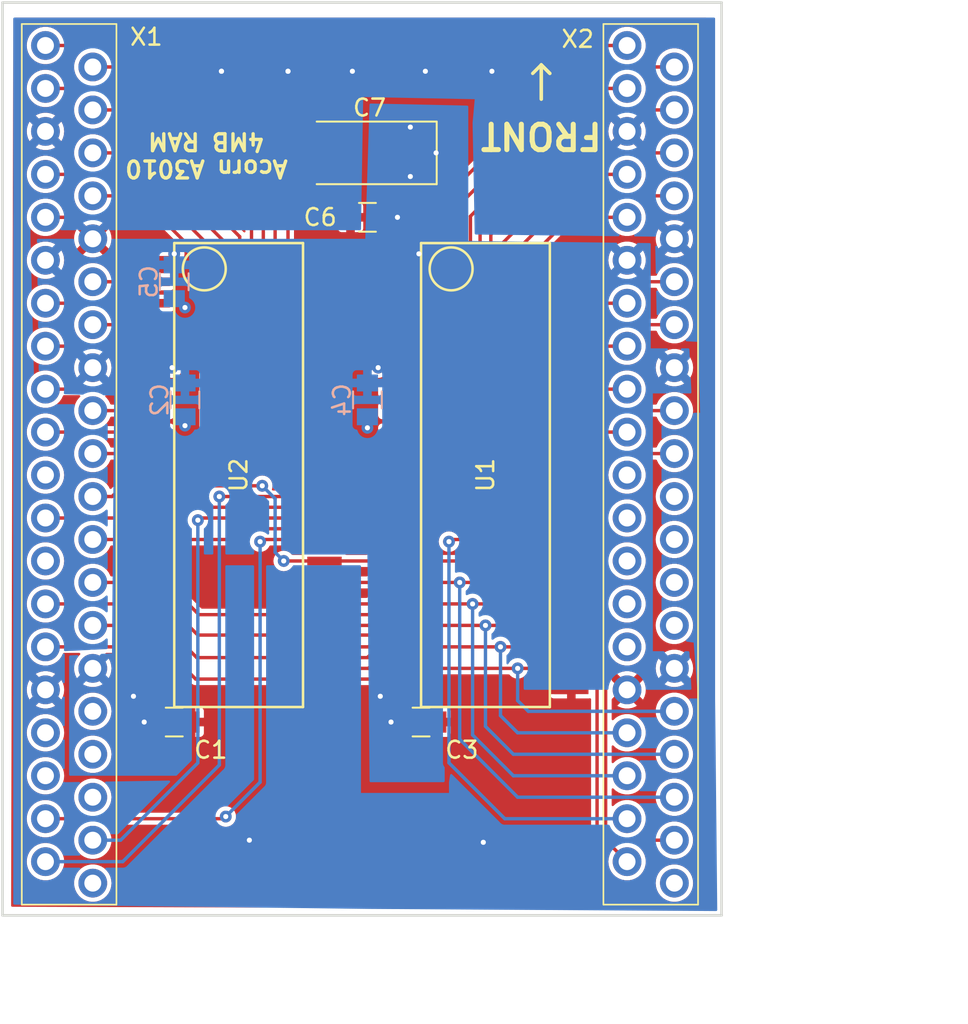
<source format=kicad_pcb>
(kicad_pcb (version 20221018) (generator pcbnew)
  (layers (0 "F.Cu" signal) (31 "B.Cu" signal) (34 "B.Paste" user) (35 "F.Paste" user) (36 "B.SilkS" user "B.Silkscreen") (37 "F.SilkS" user "F.Silkscreen") (38 "B.Mask" user) (39 "F.Mask" user) (44 "Edge.Cuts" user))
  (net 0 "")
  (net 1 "/D8")
  (net 2 "/D9")
  (net 3 "/D10")
  (net 4 "/D11")
  (net 5 "/D13")
  (net 6 "/D12")
  (net 7 "/D14")
  (net 8 "/D15")
  (net 9 "/D2")
  (net 10 "/D0")
  (net 11 "/D1")
  (net 12 "/D3")
  (net 13 "/D6")
  (net 14 "/A1")
  (net 15 "/~{RAS}")
  (net 16 "/D4")
  (net 17 "/A2")
  (net 18 "Net-(X1-Pad25)")
  (net 19 "/A9")
  (net 20 "/A4")
  (net 21 "/D5")
  (net 22 "/D7")
  (net 23 "Net-(X1-Pad21)")
  (net 24 "/~{WE}")
  (net 25 "/A0")
  (net 26 "/A3")
  (net 27 "/~{OE}")
  (net 28 "/A6")
  (net 29 "/A8")
  (net 30 "/~{CAS0}")
  (net 31 "Net-(X1-Pad40)")
  (net 32 "/A7")
  (net 33 "/A5")
  (net 34 "/~{CAS1}")
  (net 35 "/~{CAS3}")
  (net 36 "Net-(X2-Pad40)")
  (net 37 "/~{CAS2}")
  (net 38 "Net-(X2-Pad21)")
  (net 39 "/D23")
  (net 40 "/D21")
  (net 41 "Net-(X2-Pad25)")
  (net 42 "/D20")
  (net 43 "/D22")
  (net 44 "/D19")
  (net 45 "/D17")
  (net 46 "/D16")
  (net 47 "/D18")
  (net 48 "/D31")
  (net 49 "/D30")
  (net 50 "/D28")
  (net 51 "/D29")
  (net 52 "/D27")
  (net 53 "/D26")
  (net 54 "/D25")
  (net 55 "/D24")
  (net 56 "VSS")
  (net 57 "VCC")
  (net 58 "Net-(U1-Pad15)")
  (net 59 "Net-(U1-Pad16)")
  (net 60 "Net-(U2-Pad16)")
  (net 61 "Net-(U2-Pad15)")
  (net 62 "Net-(X1-Pad32)")
  (net 63 "Net-(X1-Pad34)")
  (net 64 "Net-(X1-Pad36)")
  (net 65 "Net-(X1-Pad35)")
  (net 66 "Net-(X1-Pad33)")
  (net 67 "Net-(X2-Pad22)")
  (net 68 "Net-(X2-Pad23)")
  (net 69 "Net-(X2-Pad24)")
  (net 70 "Net-(X2-Pad29)")
  (net 71 "Net-(X2-Pad26)")
  (net 72 "Net-(X2-Pad28)")
  (net 73 "Net-(X2-Pad27)")
  (footprint "oakram:ZIP40-P-475-1.27" (layer "F.Cu") (at 123.32 100.33)
    (fp_text reference "X1")
    (fp_text value "ZIP40")
  )
  (footprint "oakram:ZIP40-P-475-1.27" (layer "F.Cu") (at 157.734 100.33)
    (fp_text reference "X2")
    (fp_text value "ZIP40")
  )
  (footprint "SMD_Packages:SOJ-42" (layer "F.Cu") (at 147.955 101.6 -90)
    (fp_text reference "U1")
    (fp_text value "IS41C16105C")
  )
  (footprint "SMD_Packages:SOJ-42" (layer "F.Cu") (at 133.35 101.6 -90)
    (fp_text reference "U2")
    (fp_text value "IS41C16105C")
  )
  (footprint "Capacitors_Tantalum_SMD:CP_Tantalum_Case-C_EIA-6032-28_Reflow" (layer "F.Cu") (at 140.97 82.55 180)
    (fp_text reference "C7")
    (fp_text value "47u 16V")
  )
  (footprint "Capacitors_SMD:C_0805" (layer "F.Cu") (at 129.54 116.205)
    (fp_text reference "C1")
    (fp_text value "2,2u")
  )
  (footprint "Capacitors_SMD:C_0805" (layer "F.Cu") (at 144.145 116.205)
    (fp_text reference "C3")
    (fp_text value "2,2u")
  )
  (footprint "Capacitors_SMD:C_0805" (layer "F.Cu") (at 140.97 86.36 180)
    (fp_text reference "C6")
    (fp_text value "2,2u")
  )
  (footprint "VIA-0.6mm" (layer "F.Cu") (at 133.985 123.19)
    (fp_text reference "" hide)
    (fp_text value "VIA-0.6mm" hide)
  )
  (footprint "VIA-0.6mm" (layer "F.Cu") (at 132.334 77.724)
    (fp_text reference "" hide)
    (fp_text value "VIA-0.6mm" hide)
  )
  (footprint "VIA-0.6mm" (layer "F.Cu") (at 147.828 123.317)
    (fp_text reference "" hide)
    (fp_text value "VIA-0.6mm" hide)
  )
  (footprint "VIA-0.6mm" (layer "F.Cu") (at 136.271 77.724)
    (fp_text reference "" hide)
    (fp_text value "VIA-0.6mm" hide)
  )
  (footprint "VIA-0.6mm" (layer "F.Cu") (at 136.271 77.724)
    (fp_text reference "" hide)
    (fp_text value "VIA-0.6mm" hide)
  )
  (footprint "VIA-0.6mm" (layer "F.Cu") (at 132.334 77.724)
    (fp_text reference "" hide)
    (fp_text value "VIA-0.6mm" hide)
  )
  (footprint "VIA-0.6mm" (layer "F.Cu") (at 144.399 77.724)
    (fp_text reference "" hide)
    (fp_text value "VIA-0.6mm" hide)
  )
  (footprint "VIA-0.6mm" (layer "F.Cu") (at 140.081 77.724)
    (fp_text reference "" hide)
    (fp_text value "VIA-0.6mm" hide)
  )
  (footprint "VIA-0.6mm" (layer "F.Cu") (at 148.336 77.724)
    (fp_text reference "" hide)
    (fp_text value "VIA-0.6mm" hide)
  )
  (footprint "Capacitors_SMD:C_0805" (layer "B.Cu") (at 130.175 97.155 -90)
    (fp_text reference "C2")
    (fp_text value "2,2u")
  )
  (footprint "Capacitors_SMD:C_0805" (layer "B.Cu") (at 140.97 97.155 -90)
    (fp_text reference "C4")
    (fp_text value "2,2u")
  )
  (footprint "Capacitors_SMD:C_0805" (layer "B.Cu") (at 129.54 90.17 -90)
    (fp_text reference "C5")
    (fp_text value "2,2u")
  )
  (gr_line (start 151.257 77.343) (end 151.765 77.851) (stroke (width 0.2)) (layer "F.SilkS"))
  (gr_line (start 151.765 77.851) (end 151.257 77.343) (stroke (width 0.2)) (layer "F.SilkS"))
  (gr_line (start 151.257 77.343) (end 150.749 77.851) (stroke (width 0.2)) (layer "F.SilkS"))
  (gr_line (start 151.257 79.375) (end 151.257 77.343) (stroke (width 0.2)) (layer "F.SilkS"))
  (gr_line (start 151.257 77.47) (end 151.257 79.375) (stroke (width 0.2)) (layer "F.SilkS"))
  (gr_line (start 161.925 73.66) (end 161.925 127.635) (stroke (width 0.15)) (layer "Edge.Cuts"))
  (gr_line (start 119.38 127.635) (end 119.38 73.66) (stroke (width 0.15)) (layer "Edge.Cuts"))
  (gr_line (start 161.925 127.635) (end 119.38 127.635) (stroke (width 0.15)) (layer "Edge.Cuts"))
  (gr_line (start 119.38 73.66) (end 161.925 73.66) (stroke (width 0.15)) (layer "Edge.Cuts"))
  (gr_text "tnt2017\ndj2018" (at 141.097 123.317 180) (layer "F.Cu") (effects (font (size 1.5 1.5) (thickness 0.3))))
  (gr_text "Acorn A3010\n4MB RAM" (at 131.445 82.677 180) (layer "F.SilkS") (effects (font (size 1 1) (thickness 0.2))))
  (gr_text "FRONT" (at 151.257 81.534 180) (layer "F.SilkS") (effects (font (size 1.5 1.5) (thickness 0.3))))
  (segment (start 136.7155 90.17) (end 136.271 89.7255) (width 0.2) (layer "F.Cu") (net 1))
  (segment (start 136.271 89.7255) (end 136.271 85.2805) (width 0.2) (layer "F.Cu") (net 1))
  (segment (start 136.271 85.2805) (end 127.1905 76.2) (width 0.2) (layer "F.Cu") (net 1))
  (segment (start 127.1905 76.2) (end 121.92 76.2) (width 0.2) (layer "F.Cu") (net 1))
  (segment (start 138.43 90.17) (end 136.7155 90.17) (width 0.2) (layer "F.Cu") (net 1))
  (segment (start 136.398 91.44) (end 135.509 90.551) (width 0.2) (layer "F.Cu") (net 2))
  (segment (start 135.509 90.551) (end 135.509 85.598) (width 0.2) (layer "F.Cu") (net 2))
  (segment (start 135.509 85.598) (end 127.381 77.47) (width 0.2) (layer "F.Cu") (net 2))
  (segment (start 127.381 77.47) (end 124.72 77.47) (width 0.2) (layer "F.Cu") (net 2))
  (segment (start 138.43 91.44) (end 136.398 91.44) (width 0.2) (layer "F.Cu") (net 2))
  (segment (start 135.255 92.71) (end 134.8105 92.2655) (width 0.2) (layer "F.Cu") (net 3))
  (segment (start 134.8105 92.2655) (end 134.8105 86.1695) (width 0.2) (layer "F.Cu") (net 3))
  (segment (start 134.8105 86.1695) (end 127.381 78.74) (width 0.2) (layer "F.Cu") (net 3))
  (segment (start 127.381 78.74) (end 121.92 78.74) (width 0.2) (layer "F.Cu") (net 3))
  (segment (start 138.43 92.71) (end 135.255 92.71) (width 0.2) (layer "F.Cu") (net 3))
  (segment (start 135.3185 93.98) (end 134.112 92.7735) (width 0.2) (layer "F.Cu") (net 4))
  (segment (start 134.112 92.7735) (end 134.112 86.995) (width 0.2) (layer "F.Cu") (net 4))
  (segment (start 134.112 86.995) (end 127.127 80.01) (width 0.2) (layer "F.Cu") (net 4))
  (segment (start 127.127 80.01) (end 124.72 80.01) (width 0.2) (layer "F.Cu") (net 4))
  (segment (start 138.43 93.98) (end 135.3185 93.98) (width 0.2) (layer "F.Cu") (net 4))
  (segment (start 133.223 97.79) (end 132.6515 97.2185) (width 0.2) (layer "F.Cu") (net 5))
  (segment (start 132.6515 97.2185) (end 132.6515 87.9475) (width 0.2) (layer "F.Cu") (net 5))
  (segment (start 132.6515 87.9475) (end 128.524 83.82) (width 0.2) (layer "F.Cu") (net 5))
  (segment (start 128.524 83.82) (end 121.92 83.82) (width 0.2) (layer "F.Cu") (net 5))
  (segment (start 138.43 97.79) (end 133.223 97.79) (width 0.2) (layer "F.Cu") (net 5))
  (segment (start 135.0645 96.52) (end 133.4135 94.869) (width 0.2) (layer "F.Cu") (net 6))
  (segment (start 133.4135 94.869) (end 133.4135 87.503) (width 0.2) (layer "F.Cu") (net 6))
  (segment (start 133.4135 87.503) (end 128.4605 82.55) (width 0.2) (layer "F.Cu") (net 6))
  (segment (start 128.4605 82.55) (end 124.72 82.55) (width 0.2) (layer "F.Cu") (net 6))
  (segment (start 138.43 96.52) (end 135.0645 96.52) (width 0.2) (layer "F.Cu") (net 6))
  (segment (start 132.969 99.06) (end 132.08 98.171) (width 0.2) (layer "F.Cu") (net 7))
  (segment (start 132.08 98.171) (end 132.08 88.519) (width 0.2) (layer "F.Cu") (net 7))
  (segment (start 132.08 88.519) (end 128.651 85.09) (width 0.2) (layer "F.Cu") (net 7))
  (segment (start 128.651 85.09) (end 124.72 85.09) (width 0.2) (layer "F.Cu") (net 7))
  (segment (start 138.43 99.06) (end 132.969 99.06) (width 0.2) (layer "F.Cu") (net 7))
  (segment (start 132.6515 100.33) (end 131.3815 99.06) (width 0.2) (layer "F.Cu") (net 8))
  (segment (start 131.3815 99.06) (end 131.3815 89.027) (width 0.2) (layer "F.Cu") (net 8))
  (segment (start 131.3815 89.027) (end 128.7145 86.36) (width 0.2) (layer "F.Cu") (net 8))
  (segment (start 128.7145 86.36) (end 121.92 86.36) (width 0.2) (layer "F.Cu") (net 8))
  (segment (start 138.43 100.33) (end 132.6515 100.33) (width 0.2) (layer "F.Cu") (net 8))
  (segment (start 128.27 92.71) (end 124.72 92.71) (width 0.2) (layer "F.Cu") (net 9))
  (segment (start 128.27 90.17) (end 124.72 90.17) (width 0.2) (layer "F.Cu") (net 10))
  (segment (start 128.27 91.44) (end 121.92 91.44) (width 0.2) (layer "F.Cu") (net 11))
  (segment (start 128.27 93.98) (end 121.92 93.98) (width 0.2) (layer "F.Cu") (net 12))
  (segment (start 128.27 99.06) (end 121.92 99.06) (width 0.2) (layer "F.Cu") (net 13))
  (segment (start 141.6685 110.49) (end 141.097 111.0615) (width 0.2) (layer "F.Cu") (net 14))
  (segment (start 141.097 111.0615) (end 130.937 111.0615) (width 0.2) (layer "F.Cu") (net 14))
  (segment (start 130.937 111.0615) (end 130.3655 110.49) (width 0.2) (layer "F.Cu") (net 14))
  (segment (start 130.3655 110.49) (end 128.27 110.49) (width 0.2) (layer "F.Cu") (net 14))
  (segment (start 127.381 110.49) (end 126.111 109.22) (width 0.2) (layer "F.Cu") (net 14))
  (segment (start 126.111 109.22) (end 121.92 109.22) (width 0.2) (layer "F.Cu") (net 14))
  (segment (start 128.27 110.49) (end 127.381 110.49) (width 0.2) (layer "F.Cu") (net 14))
  (segment (start 142.875 110.49) (end 141.6685 110.49) (width 0.2) (layer "F.Cu") (net 14))
  (segment (start 128.27 105.41) (end 133.731 105.41) (width 0.2) (layer "F.Cu") (net 15))
  (segment (start 133.731 105.41) (end 134.366 104.775) (width 0.2) (layer "F.Cu") (net 15))
  (segment (start 134.366 104.775) (end 139.7 104.775) (width 0.2) (layer "F.Cu") (net 15))
  (segment (start 139.7 104.775) (end 140.335 105.41) (width 0.2) (layer "F.Cu") (net 15))
  (segment (start 140.335 105.41) (end 142.875 105.41) (width 0.2) (layer "F.Cu") (net 15))
  (segment (start 124.72 105.41) (end 128.27 105.41) (width 0.2) (layer "F.Cu") (net 15))
  (segment (start 128.27 96.52) (end 121.92 96.52) (width 0.2) (layer "F.Cu") (net 16))
  (segment (start 141.605 111.76) (end 140.97 112.395) (width 0.2) (layer "F.Cu") (net 17))
  (segment (start 140.97 112.395) (end 130.8735 112.395) (width 0.2) (layer "F.Cu") (net 17))
  (segment (start 130.8735 112.395) (end 130.2385 111.76) (width 0.2) (layer "F.Cu") (net 17))
  (segment (start 130.2385 111.76) (end 128.27 111.76) (width 0.2) (layer "F.Cu") (net 17))
  (segment (start 127.381 111.76) (end 126.111 110.49) (width 0.2) (layer "F.Cu") (net 17))
  (segment (start 126.111 110.49) (end 124.72 110.49) (width 0.2) (layer "F.Cu") (net 17))
  (segment (start 128.27 111.76) (end 127.381 111.76) (width 0.2) (layer "F.Cu") (net 17))
  (segment (start 142.875 111.76) (end 141.605 111.76) (width 0.2) (layer "F.Cu") (net 17))
  (segment (start 141.097 106.68) (end 141.732 106.045) (width 0.2) (layer "F.Cu") (net 19))
  (segment (start 141.732 106.045) (end 144.018 106.045) (width 0.2) (layer "F.Cu") (net 19))
  (segment (start 144.018 106.045) (end 144.653 106.68) (width 0.2) (layer "F.Cu") (net 19))
  (segment (start 144.653 106.68) (end 153.035 106.68) (width 0.2) (layer "F.Cu") (net 19))
  (segment (start 134.747 102.235) (end 126.492 102.235) (width 0.2) (layer "F.Cu") (net 19))
  (segment (start 126.492 102.235) (end 125.857 102.87) (width 0.2) (layer "F.Cu") (net 19))
  (segment (start 125.857 102.87) (end 124.72 102.87) (width 0.2) (layer "F.Cu") (net 19))
  (segment (start 138.43 106.68) (end 141.097 106.68) (width 0.2) (layer "F.Cu") (net 19))
  (segment (start 138.43 106.68) (end 136.017 106.68) (width 0.2) (layer "F.Cu") (net 19))
  (via (at 136.017 106.68) (size 0.7) (drill 0.3) (layers "F.Cu" "B.Cu") (net 19))
  (via (at 134.747 102.235) (size 0.7) (drill 0.3) (layers "F.Cu" "B.Cu") (net 19))
  (segment (start 136.017 106.68) (end 135.509 106.172) (width 0.2) (layer "B.Cu") (net 19))
  (segment (start 135.509 106.172) (end 135.509 102.997) (width 0.2) (layer "B.Cu") (net 19))
  (segment (start 135.509 102.997) (end 134.747 102.235) (width 0.2) (layer "B.Cu") (net 19))
  (segment (start 141.0335 113.03) (end 141.605 112.4585) (width 0.2) (layer "F.Cu") (net 20))
  (segment (start 141.605 112.4585) (end 143.891 112.4585) (width 0.2) (layer "F.Cu") (net 20))
  (segment (start 143.891 112.4585) (end 144.4625 113.03) (width 0.2) (layer "F.Cu") (net 20))
  (segment (start 144.4625 113.03) (end 149.86 113.03) (width 0.2) (layer "F.Cu") (net 20))
  (segment (start 149.86 113.03) (end 153.035 113.03) (width 0.2) (layer "F.Cu") (net 20))
  (segment (start 138.43 113.03) (end 141.0335 113.03) (width 0.2) (layer "F.Cu") (net 20))
  (via (at 149.86 113.03) (size 0.7) (drill 0.3) (layers "F.Cu" "B.Cu") (net 20))
  (segment (start 149.86 114.935) (end 149.86 113.03) (width 0.2) (layer "B.Cu") (net 20))
  (segment (start 149.86 114.935) (end 150.495 115.57) (width 0.2) (layer "B.Cu") (net 20))
  (segment (start 159.134 115.57) (end 150.495 115.57) (width 0.2) (layer "B.Cu") (net 20))
  (segment (start 128.27 97.79) (end 124.72 97.79) (width 0.2) (layer "F.Cu") (net 21))
  (segment (start 128.27 100.33) (end 124.72 100.33) (width 0.2) (layer "F.Cu") (net 22))
  (segment (start 140.462 104.14) (end 139.827 103.505) (width 0.2) (layer "F.Cu") (net 24))
  (segment (start 139.827 103.505) (end 130.683 103.505) (width 0.2) (layer "F.Cu") (net 24))
  (segment (start 130.683 103.505) (end 130.048 104.14) (width 0.2) (layer "F.Cu") (net 24))
  (segment (start 130.048 104.14) (end 128.27 104.14) (width 0.2) (layer "F.Cu") (net 24))
  (segment (start 128.27 104.14) (end 121.92 104.14) (width 0.2) (layer "F.Cu") (net 24))
  (segment (start 142.875 104.14) (end 140.462 104.14) (width 0.2) (layer "F.Cu") (net 24))
  (segment (start 141.6685 109.22) (end 141.0335 109.855) (width 0.2) (layer "F.Cu") (net 25))
  (segment (start 141.0335 109.855) (end 131.0005 109.855) (width 0.2) (layer "F.Cu") (net 25))
  (segment (start 131.0005 109.855) (end 130.3655 109.22) (width 0.2) (layer "F.Cu") (net 25))
  (segment (start 130.3655 109.22) (end 128.27 109.22) (width 0.2) (layer "F.Cu") (net 25))
  (segment (start 127.381 109.22) (end 126.111 107.95) (width 0.2) (layer "F.Cu") (net 25))
  (segment (start 126.111 107.95) (end 124.72 107.95) (width 0.2) (layer "F.Cu") (net 25))
  (segment (start 142.875 109.22) (end 141.6685 109.22) (width 0.2) (layer "F.Cu") (net 25))
  (segment (start 128.27 109.22) (end 127.381 109.22) (width 0.2) (layer "F.Cu") (net 25))
  (segment (start 142.113 113.03) (end 141.478 113.665) (width 0.2) (layer "F.Cu") (net 26))
  (segment (start 141.478 113.665) (end 130.81 113.665) (width 0.2) (layer "F.Cu") (net 26))
  (segment (start 130.81 113.665) (end 130.175 113.03) (width 0.2) (layer "F.Cu") (net 26))
  (segment (start 130.175 113.03) (end 128.27 113.03) (width 0.2) (layer "F.Cu") (net 26))
  (segment (start 127.3175 113.03) (end 126.0475 111.76) (width 0.2) (layer "F.Cu") (net 26))
  (segment (start 126.0475 111.76) (end 121.92 111.76) (width 0.2) (layer "F.Cu") (net 26))
  (segment (start 128.27 113.03) (end 127.3175 113.03) (width 0.2) (layer "F.Cu") (net 26))
  (segment (start 142.875 113.03) (end 142.113 113.03) (width 0.2) (layer "F.Cu") (net 26))
  (segment (start 145.923 105.41) (end 145.796 105.537) (width 0.2) (layer "F.Cu") (net 27))
  (segment (start 134.747 105.41) (end 134.62 105.537) (width 0.2) (layer "F.Cu") (net 27))
  (segment (start 132.588 121.793) (end 132.461 121.92) (width 0.2) (layer "F.Cu") (net 27))
  (segment (start 132.461 121.92) (end 121.92 121.92) (width 0.2) (layer "F.Cu") (net 27))
  (segment (start 138.43 105.41) (end 134.747 105.41) (width 0.2) (layer "F.Cu") (net 27))
  (segment (start 153.035 105.41) (end 145.923 105.41) (width 0.2) (layer "F.Cu") (net 27))
  (via (at 145.796 105.537) (size 0.7) (drill 0.3) (layers "F.Cu" "B.Cu") (net 27))
  (via (at 134.62 105.537) (size 0.7) (drill 0.3) (layers "F.Cu" "B.Cu") (net 27))
  (via (at 132.588 121.793) (size 0.7) (drill 0.3) (layers "F.Cu" "B.Cu") (net 27))
  (segment (start 145.796 105.537) (end 145.796 118.618) (width 0.2) (layer "B.Cu") (net 27))
  (segment (start 145.796 118.618) (end 149.098 121.92) (width 0.2) (layer "B.Cu") (net 27))
  (segment (start 149.098 121.92) (end 156.334 121.92) (width 0.2) (layer "B.Cu") (net 27))
  (segment (start 134.62 105.537) (end 134.62 119.761) (width 0.2) (layer "B.Cu") (net 27))
  (segment (start 134.62 119.761) (end 132.588 121.793) (width 0.2) (layer "B.Cu") (net 27))
  (segment (start 141.0335 110.49) (end 141.6685 109.855) (width 0.2) (layer "F.Cu") (net 28))
  (segment (start 141.6685 109.855) (end 143.8275 109.855) (width 0.2) (layer "F.Cu") (net 28))
  (segment (start 143.8275 109.855) (end 144.4625 110.49) (width 0.2) (layer "F.Cu") (net 28))
  (segment (start 147.955 110.49) (end 144.4625 110.49) (width 0.2) (layer "F.Cu") (net 28))
  (segment (start 141.0335 110.49) (end 138.43 110.49) (width 0.2) (layer "F.Cu") (net 28))
  (segment (start 153.035 110.49) (end 147.955 110.49) (width 0.2) (layer "F.Cu") (net 28))
  (via (at 147.955 110.49) (size 0.7) (drill 0.3) (layers "F.Cu" "B.Cu") (net 28))
  (segment (start 147.955 116.459) (end 147.955 110.49) (width 0.2) (layer "B.Cu") (net 28))
  (segment (start 147.955 116.459) (end 149.606 118.11) (width 0.2) (layer "B.Cu") (net 28))
  (segment (start 159.134 118.11) (end 149.606 118.11) (width 0.2) (layer "B.Cu") (net 28))
  (segment (start 141.097 107.95) (end 141.6685 107.3785) (width 0.2) (layer "F.Cu") (net 29))
  (segment (start 141.6685 107.3785) (end 143.9545 107.3785) (width 0.2) (layer "F.Cu") (net 29))
  (segment (start 143.9545 107.3785) (end 144.526 107.95) (width 0.2) (layer "F.Cu") (net 29))
  (segment (start 144.526 107.95) (end 146.431 107.95) (width 0.2) (layer "F.Cu") (net 29))
  (segment (start 146.431 107.95) (end 153.035 107.95) (width 0.2) (layer "F.Cu") (net 29))
  (segment (start 138.43 107.95) (end 141.097 107.95) (width 0.2) (layer "F.Cu") (net 29))
  (via (at 146.431 107.95) (size 0.7) (drill 0.3) (layers "F.Cu" "B.Cu") (net 29))
  (segment (start 146.431 117.221) (end 149.86 120.65) (width 0.2) (layer "B.Cu") (net 29))
  (segment (start 149.86 120.65) (end 159.134 120.65) (width 0.2) (layer "B.Cu") (net 29))
  (segment (start 146.431 107.95) (end 146.431 117.221) (width 0.2) (layer "B.Cu") (net 29))
  (segment (start 138.43 102.87) (end 132.207 102.87) (width 0.2) (layer "F.Cu") (net 30))
  (via (at 132.207 102.87) (size 0.7) (drill 0.3) (layers "F.Cu" "B.Cu") (net 30))
  (segment (start 126.492 124.46) (end 132.207 118.745) (width 0.2) (layer "B.Cu") (net 30))
  (segment (start 132.207 118.745) (end 132.207 102.87) (width 0.2) (layer "B.Cu") (net 30))
  (segment (start 121.92 124.46) (end 126.492 124.46) (width 0.2) (layer "B.Cu") (net 30))
  (segment (start 141.097 109.22) (end 141.6685 108.6485) (width 0.2) (layer "F.Cu") (net 32))
  (segment (start 141.6685 108.6485) (end 143.9545 108.6485) (width 0.2) (layer "F.Cu") (net 32))
  (segment (start 143.9545 108.6485) (end 144.526 109.22) (width 0.2) (layer "F.Cu") (net 32))
  (segment (start 144.526 109.22) (end 147.193 109.22) (width 0.2) (layer "F.Cu") (net 32))
  (segment (start 147.193 109.22) (end 153.035 109.22) (width 0.2) (layer "F.Cu") (net 32))
  (segment (start 138.43 109.22) (end 141.097 109.22) (width 0.2) (layer "F.Cu") (net 32))
  (via (at 147.193 109.22) (size 0.7) (drill 0.3) (layers "F.Cu" "B.Cu") (net 32))
  (segment (start 147.193 116.967) (end 149.606 119.38) (width 0.2) (layer "B.Cu") (net 32))
  (segment (start 149.606 119.38) (end 156.334 119.38) (width 0.2) (layer "B.Cu") (net 32))
  (segment (start 147.193 109.22) (end 147.193 116.967) (width 0.2) (layer "B.Cu") (net 32))
  (segment (start 141.0335 111.76) (end 141.605 111.1885) (width 0.2) (layer "F.Cu") (net 33))
  (segment (start 141.605 111.1885) (end 143.891 111.1885) (width 0.2) (layer "F.Cu") (net 33))
  (segment (start 143.891 111.1885) (end 144.4625 111.76) (width 0.2) (layer "F.Cu") (net 33))
  (segment (start 144.4625 111.76) (end 148.844 111.76) (width 0.2) (layer "F.Cu") (net 33))
  (segment (start 148.844 111.76) (end 153.035 111.76) (width 0.2) (layer "F.Cu") (net 33))
  (segment (start 138.43 111.76) (end 141.0335 111.76) (width 0.2) (layer "F.Cu") (net 33))
  (via (at 148.844 111.76) (size 0.7) (drill 0.3) (layers "F.Cu" "B.Cu") (net 33))
  (segment (start 148.844 115.824) (end 148.844 111.76) (width 0.2) (layer "B.Cu") (net 33))
  (segment (start 148.844 115.824) (end 149.86 116.84) (width 0.2) (layer "B.Cu") (net 33))
  (segment (start 156.334 116.84) (end 149.86 116.84) (width 0.2) (layer "B.Cu") (net 33))
  (segment (start 131.064 104.14) (end 130.937 104.267) (width 0.2) (layer "F.Cu") (net 34))
  (segment (start 138.43 104.14) (end 131.064 104.14) (width 0.2) (layer "F.Cu") (net 34))
  (via (at 130.937 104.267) (size 0.7) (drill 0.3) (layers "F.Cu" "B.Cu") (net 34))
  (segment (start 130.937 118.618) (end 126.365 123.19) (width 0.2) (layer "B.Cu") (net 34))
  (segment (start 126.365 123.19) (end 124.72 123.19) (width 0.2) (layer "B.Cu") (net 34))
  (segment (start 130.937 104.267) (end 130.937 118.618) (width 0.2) (layer "B.Cu") (net 34))
  (segment (start 154.813 102.87) (end 155.067 103.124) (width 0.2) (layer "F.Cu") (net 35))
  (segment (start 155.067 103.124) (end 155.067 122.428) (width 0.2) (layer "F.Cu") (net 35))
  (segment (start 155.067 122.428) (end 155.829 123.19) (width 0.2) (layer "F.Cu") (net 35))
  (segment (start 155.829 123.19) (end 159.134 123.19) (width 0.2) (layer "F.Cu") (net 35))
  (segment (start 153.035 102.87) (end 154.813 102.87) (width 0.2) (layer "F.Cu") (net 35))
  (segment (start 154.305 104.14) (end 154.559 104.394) (width 0.2) (layer "F.Cu") (net 37))
  (segment (start 154.559 104.394) (end 154.559 122.685) (width 0.2) (layer "F.Cu") (net 37))
  (segment (start 154.559 122.685) (end 156.334 124.46) (width 0.2) (layer "F.Cu") (net 37))
  (segment (start 153.035 104.14) (end 154.305 104.14) (width 0.2) (layer "F.Cu") (net 37))
  (segment (start 153.035 100.33) (end 159.134 100.33) (width 0.2) (layer "F.Cu") (net 39))
  (segment (start 153.035 97.79) (end 159.134 97.79) (width 0.2) (layer "F.Cu") (net 40))
  (segment (start 153.035 96.52) (end 156.334 96.52) (width 0.2) (layer "F.Cu") (net 42))
  (segment (start 153.035 99.06) (end 156.334 99.06) (width 0.2) (layer "F.Cu") (net 43))
  (segment (start 153.035 93.98) (end 156.334 93.98) (width 0.2) (layer "F.Cu") (net 44))
  (segment (start 153.035 91.44) (end 156.334 91.44) (width 0.2) (layer "F.Cu") (net 45))
  (segment (start 153.035 90.17) (end 159.134 90.17) (width 0.2) (layer "F.Cu") (net 46))
  (segment (start 153.035 92.71) (end 159.134 92.71) (width 0.2) (layer "F.Cu") (net 47))
  (segment (start 146.1135 100.33) (end 150.3045 96.139) (width 0.2) (layer "F.Cu") (net 48))
  (segment (start 150.3045 96.139) (end 150.3045 89.027) (width 0.2) (layer "F.Cu") (net 48))
  (segment (start 150.3045 89.027) (end 152.9715 86.36) (width 0.2) (layer "F.Cu") (net 48))
  (segment (start 152.9715 86.36) (end 156.334 86.36) (width 0.2) (layer "F.Cu") (net 48))
  (segment (start 142.875 100.33) (end 146.1135 100.33) (width 0.2) (layer "F.Cu") (net 48))
  (segment (start 146.1135 99.06) (end 149.606 95.5675) (width 0.2) (layer "F.Cu") (net 49))
  (segment (start 149.606 95.5675) (end 149.606 88.519) (width 0.2) (layer "F.Cu") (net 49))
  (segment (start 149.606 88.519) (end 153.035 85.09) (width 0.2) (layer "F.Cu") (net 49))
  (segment (start 153.035 85.09) (end 159.134 85.09) (width 0.2) (layer "F.Cu") (net 49))
  (segment (start 142.875 99.06) (end 146.1135 99.06) (width 0.2) (layer "F.Cu") (net 49))
  (segment (start 145.9865 96.52) (end 148.2725 94.234) (width 0.2) (layer "F.Cu") (net 50))
  (segment (start 148.2725 94.234) (end 148.2725 87.376) (width 0.2) (layer "F.Cu") (net 50))
  (segment (start 148.2725 87.376) (end 153.0985 82.55) (width 0.2) (layer "F.Cu") (net 50))
  (segment (start 153.0985 82.55) (end 159.134 82.55) (width 0.2) (layer "F.Cu") (net 50))
  (segment (start 142.875 96.52) (end 145.9865 96.52) (width 0.2) (layer "F.Cu") (net 50))
  (segment (start 146.05 97.79) (end 148.9075 94.9325) (width 0.2) (layer "F.Cu") (net 51))
  (segment (start 148.9075 94.9325) (end 148.9075 87.9475) (width 0.2) (layer "F.Cu") (net 51))
  (segment (start 148.9075 87.9475) (end 153.035 83.82) (width 0.2) (layer "F.Cu") (net 51))
  (segment (start 153.035 83.82) (end 156.334 83.82) (width 0.2) (layer "F.Cu") (net 51))
  (segment (start 142.875 97.79) (end 146.05 97.79) (width 0.2) (layer "F.Cu") (net 51))
  (segment (start 146.431 93.98) (end 147.6375 92.7735) (width 0.2) (layer "F.Cu") (net 52))
  (segment (start 147.6375 92.7735) (end 147.6375 86.995) (width 0.2) (layer "F.Cu") (net 52))
  (segment (start 147.6375 86.995) (end 154.6225 80.01) (width 0.2) (layer "F.Cu") (net 52))
  (segment (start 154.6225 80.01) (end 159.134 80.01) (width 0.2) (layer "F.Cu") (net 52))
  (segment (start 142.875 93.98) (end 146.431 93.98) (width 0.2) (layer "F.Cu") (net 52))
  (segment (start 146.304 92.71) (end 147.066 91.948) (width 0.2) (layer "F.Cu") (net 53))
  (segment (start 147.066 91.948) (end 147.066 86.2965) (width 0.2) (layer "F.Cu") (net 53))
  (segment (start 147.066 86.2965) (end 154.6225 78.74) (width 0.2) (layer "F.Cu") (net 53))
  (segment (start 154.6225 78.74) (end 156.334 78.74) (width 0.2) (layer "F.Cu") (net 53))
  (segment (start 142.875 92.71) (end 146.304 92.71) (width 0.2) (layer "F.Cu") (net 53))
  (segment (start 145.923 91.44) (end 146.4945 90.8685) (width 0.2) (layer "F.Cu") (net 54))
  (segment (start 146.4945 90.8685) (end 146.4945 85.5345) (width 0.2) (layer "F.Cu") (net 54))
  (segment (start 146.4945 85.5345) (end 154.559 77.47) (width 0.2) (layer "F.Cu") (net 54))
  (segment (start 154.559 77.47) (end 159.134 77.47) (width 0.2) (layer "F.Cu") (net 54))
  (segment (start 142.875 91.44) (end 145.923 91.44) (width 0.2) (layer "F.Cu") (net 54))
  (segment (start 145.2245 90.17) (end 145.8595 89.535) (width 0.2) (layer "F.Cu") (net 55))
  (segment (start 145.8595 89.535) (end 145.8595 84.8995) (width 0.2) (layer "F.Cu") (net 55))
  (segment (start 145.8595 84.8995) (end 154.559 76.2) (width 0.2) (layer "F.Cu") (net 55))
  (segment (start 154.559 76.2) (end 156.334 76.2) (width 0.2) (layer "F.Cu") (net 55))
  (segment (start 142.875 90.17) (end 145.2245 90.17) (width 0.2) (layer "F.Cu") (net 55))
  (via (at 130.175 91.694) (size 0.7) (drill 0.3) (layers "F.Cu" "B.Cu") (net 56))
  (via (at 140.97 98.806) (size 0.7) (drill 0.3) (layers "F.Cu" "B.Cu") (net 56))
  (via (at 130.175 98.679) (size 0.7) (drill 0.3) (layers "F.Cu" "B.Cu") (net 56))
  (segment (start 129.651 91.17) (end 130.175 91.694) (width 0.2) (layer "B.Cu") (net 56))
  (segment (start 129.54 91.17) (end 129.651 91.17) (width 0.2) (layer "B.Cu") (net 56))
  (segment (start 140.97 98.155) (end 140.97 98.806) (width 0.2) (layer "B.Cu") (net 56))
  (segment (start 129.54 91.17) (end 129.54 91.313) (width 0.2) (layer "B.Cu") (net 56))
  (segment (start 130.175 98.155) (end 130.175 98.679) (width 0.2) (layer "B.Cu") (net 56))
  (segment (start 143.495 81.041) (end 143.51 81.026) (width 0.2) (layer "F.Cu") (net 57))
  (segment (start 143.495 83.932) (end 143.51 83.947) (width 0.2) (layer "F.Cu") (net 57))
  (segment (start 142.113 114.3) (end 141.732 114.681) (width 0.2) (layer "F.Cu") (net 57))
  (segment (start 127.508 114.3) (end 127.127 114.681) (width 0.2) (layer "F.Cu") (net 57))
  (segment (start 129.159 88.9) (end 129.54 88.519) (width 0.2) (layer "F.Cu") (net 57))
  (segment (start 143.495 82.55) (end 145.034 82.55) (width 0.2) (layer "F.Cu") (net 57))
  (segment (start 141.97 86.36) (end 142.748 86.36) (width 0.2) (layer "F.Cu") (net 57))
  (segment (start 143.495 82.55) (end 143.495 83.932) (width 0.2) (layer "F.Cu") (net 57))
  (segment (start 128.27 88.9) (end 129.159 88.9) (width 0.2) (layer "F.Cu") (net 57))
  (segment (start 143.495 82.55) (end 143.495 81.041) (width 0.2) (layer "F.Cu") (net 57))
  (segment (start 142.875 95.25) (end 141.605 95.25) (width 0.2) (layer "F.Cu") (net 57))
  (segment (start 142.875 114.3) (end 142.113 114.3) (width 0.2) (layer "F.Cu") (net 57))
  (segment (start 128.27 114.3) (end 127.508 114.3) (width 0.2) (layer "F.Cu") (net 57))
  (segment (start 143.145 116.205) (end 142.367 116.205) (width 0.2) (layer "F.Cu") (net 57))
  (segment (start 142.875 88.9) (end 144.018 88.519) (width 0.2) (layer "F.Cu") (net 57))
  (segment (start 128.27 95.25) (end 129.413 95.25) (width 0.2) (layer "F.Cu") (net 57))
  (segment (start 128.54 116.205) (end 127.762 116.205) (width 0.2) (layer "F.Cu") (net 57))
  (via (at 145.034 82.55) (size 0.7) (drill 0.3) (layers "F.Cu" "B.Cu") (net 57))
  (via (at 141.732 114.681) (size 0.7) (drill 0.3) (layers "F.Cu" "B.Cu") (net 57))
  (via (at 142.748 86.36) (size 0.7) (drill 0.3) (layers "F.Cu" "B.Cu") (net 57))
  (via (at 143.51 81.026) (size 0.7) (drill 0.3) (layers "F.Cu" "B.Cu") (net 57))
  (via (at 141.605 95.25) (size 0.7) (drill 0.3) (layers "F.Cu" "B.Cu") (net 57))
  (via (at 144.018 88.519) (size 0.7) (drill 0.3) (layers "F.Cu" "B.Cu") (net 57))
  (via (at 143.51 83.947) (size 0.7) (drill 0.3) (layers "F.Cu" "B.Cu") (net 57))
  (via (at 142.367 116.205) (size 0.7) (drill 0.3) (layers "F.Cu" "B.Cu") (net 57))
  (via (at 127.127 114.681) (size 0.7) (drill 0.3) (layers "F.Cu" "B.Cu") (net 57))
  (via (at 129.413 95.25) (size 0.7) (drill 0.3) (layers "F.Cu" "B.Cu") (net 57))
  (via (at 129.54 88.519) (size 0.7) (drill 0.3) (layers "F.Cu" "B.Cu") (net 57))
  (via (at 127.762 116.205) (size 0.7) (drill 0.3) (layers "F.Cu" "B.Cu") (net 57))
  (segment (start 129.54 88.519) (end 129.54 89.17) (width 0.2) (layer "B.Cu") (net 57))
  (segment (start 129.54 89.17) (end 129.54 88.773) (width 0.2) (layer "B.Cu") (net 57))
  (zone (net 56) (net_name "VSS") (layer "F.Cu") (connect_pads (clearance 0.254)) (min_thickness 0.127) (fill yes (thermal_gap 0.254) (thermal_bridge_width 0.508))
    (polygon (pts (xy 120.142 74.549) (xy 161.036 74.549) (xy 160.909 127.254) (xy 119.888 127.127) (xy 120.015 74.676)))
  )
  (zone (net 57) (net_name "VCC") (layer "B.Cu") (connect_pads (clearance 0.254)) (min_thickness 0.127) (fill yes (thermal_gap 0.254) (thermal_bridge_width 0.508))
    (polygon (pts (xy 141.097 79.629) (xy 140.843 87.63) (xy 121.412 87.63) (xy 121.539 96.774) (xy 125.984 96.901) (xy 125.857 112.141) (xy 123.317 112.268) (xy 123.317 119.38) (xy 130.81 119.38) (xy 130.81 106.299) (xy 140.97 106.299) (xy 141.097 119.761) (xy 145.542 119.761) (xy 145.542 114.3) (xy 160.147 114.3) (xy 160.02 112.014) (xy 157.861 112.014) (xy 157.861 96.774) (xy 160.147 96.774) (xy 160.02 94.107) (xy 157.734 94.107) (xy 157.734 88.265) (xy 157.734 87.884) (xy 146.939 87.757) (xy 146.939 79.756)))
  )
  (zone (net 56) (net_name "VSS") (layer "B.Cu") (connect_pads (clearance 0.254)) (min_thickness 0.127) (fill yes (thermal_gap 0.254) (thermal_bridge_width 0.508))
    (polygon (pts (xy 141.097 127.254) (xy 120.015 127) (xy 120.015 74.549) (xy 161.544 74.549) (xy 161.544 114.808) (xy 161.671 127.381)))
    (polygon (pts (xy 160.274 111.506) (xy 158.369 111.252) (xy 158.369 97.917) (xy 160.655 97.917) (xy 160.528 93.726) (xy 158.115 93.599) (xy 157.988 87.503) (xy 147.32 87.376) (xy 147.193 80.772) (xy 147.32 79.375) (xy 140.716 79.248) (xy 140.716 79.502) (xy 140.589 87.122) (xy 121.031 87.122) (xy 121.031 87.503) (xy 121.285 97.409) (xy 125.603 97.409) (xy 125.603 111.887) (xy 123.063 112.014) (xy 123.063 119.761) (xy 131.191 119.634) (xy 131.191 106.934) (xy 140.589 106.934) (xy 140.589 120.396) (xy 145.796 120.396) (xy 145.796 119.761) (xy 146.431 115.697) (xy 157.353 115.824) (xy 157.988 114.808) (xy 160.528 114.808)))
  )
)
</source>
